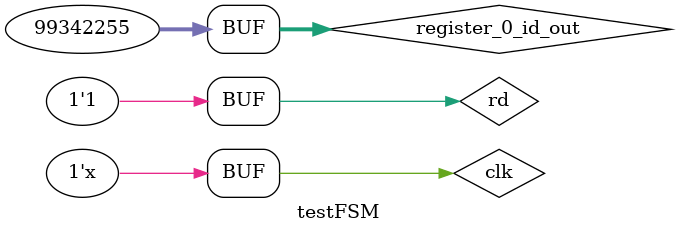
<source format=v>
`timescale 1ns / 1ps


module testFSM;

	// Inputs
	reg clk;
	reg rd;
	reg [31:0] register_0_id_out;

	// Outputs
	wire flagTx;
	wire [7:0] r_data;

	// Instantiate the Unit Under Test (UUT)
	Fifo uut (
		.clk(clk), 
		.rd(rd), 
		.register_0_id_out(register_0_id_out), 
		.flagTx(flagTx), 
		.r_data(r_data)
	);

	initial begin
		// Initialize Inputs
		clk = 0;
		rd = 0;
		register_0_id_out = 32'b0101111010111101011110101111;

		// Wait 100 ns for global reset to finish
		#100;
		rd = 1;
        
		// Add stimulus here

	end
      always #100 clk = ~clk;
endmodule


</source>
